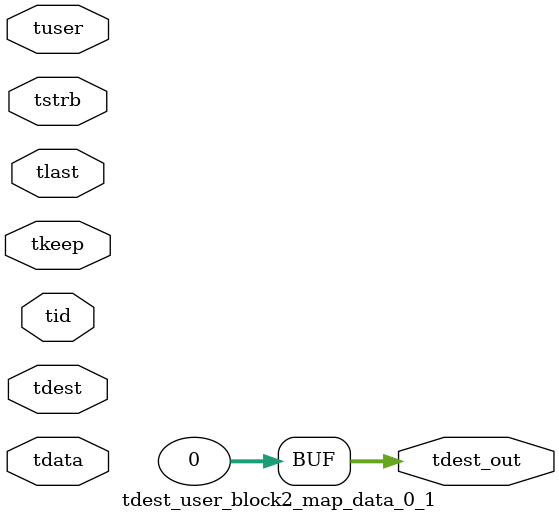
<source format=v>


`timescale 1ps/1ps

module tdest_user_block2_map_data_0_1 #
(
parameter C_S_AXIS_TDATA_WIDTH = 32,
parameter C_S_AXIS_TUSER_WIDTH = 0,
parameter C_S_AXIS_TID_WIDTH   = 0,
parameter C_S_AXIS_TDEST_WIDTH = 0,
parameter C_M_AXIS_TDEST_WIDTH = 32
)
(
input  [(C_S_AXIS_TDATA_WIDTH == 0 ? 1 : C_S_AXIS_TDATA_WIDTH)-1:0     ] tdata,
input  [(C_S_AXIS_TUSER_WIDTH == 0 ? 1 : C_S_AXIS_TUSER_WIDTH)-1:0     ] tuser,
input  [(C_S_AXIS_TID_WIDTH   == 0 ? 1 : C_S_AXIS_TID_WIDTH)-1:0       ] tid,
input  [(C_S_AXIS_TDEST_WIDTH == 0 ? 1 : C_S_AXIS_TDEST_WIDTH)-1:0     ] tdest,
input  [(C_S_AXIS_TDATA_WIDTH/8)-1:0 ] tkeep,
input  [(C_S_AXIS_TDATA_WIDTH/8)-1:0 ] tstrb,
input                                                                    tlast,
output [C_M_AXIS_TDEST_WIDTH-1:0] tdest_out
);

assign tdest_out = {1'b0};

endmodule


</source>
